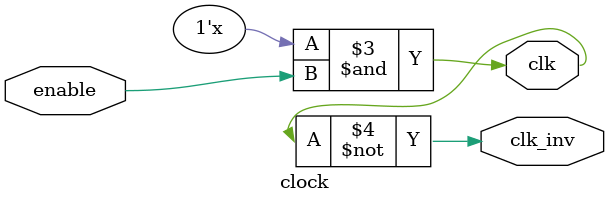
<source format=v>
module clock(
  input wire enable,
  output reg clk = 0,
  output wire clk_inv
);

  always begin
    #5 clk = ~clk & enable;
  end

  assign clk_inv = ~clk;

endmodule

</source>
